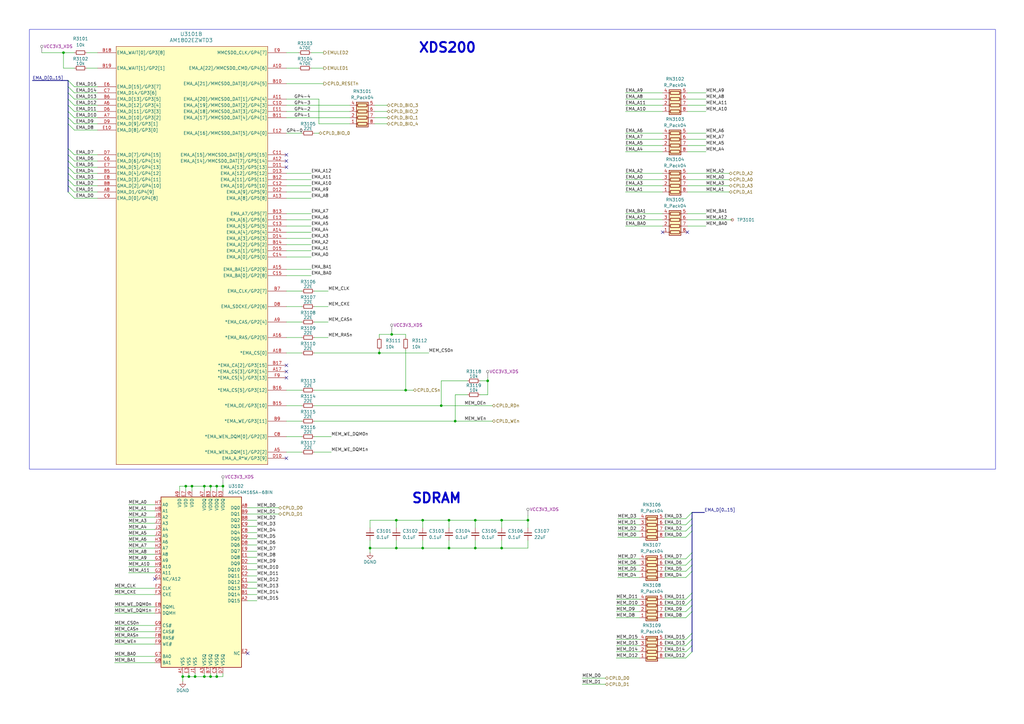
<source format=kicad_sch>
(kicad_sch (version 20250114) (generator "eeschema") (generator_version "9.0")
  (paper "A3")
  (title_block (title "Barre de son (base saine)") (date "2025-05-16") (rev "1.0") (company "NDH"))
  (rectangle (start 12.065 12.065) (end 408.305 192.405))
  (text "SDRAM" (at 179.07 204.47 0) (effects (font (size 4 4) (thickness 0.8) (bold yes))))
  (text "XDS200" (at 183.515 19.685 0) (effects (font (size 4 4) (thickness 0.8) (bold yes))))
  (junction (at 77.47 277.495))
  (junction (at 166.37 160.02))
  (junction (at 205.74 213.36))
  (junction (at 83.82 199.39))
  (junction (at 76.2 199.39))
  (junction (at 184.15 213.36))
  (junction (at 83.82 277.495))
  (junction (at 194.945 224.79))
  (junction (at 160.655 137.16))
  (junction (at 78.74 199.39))
  (junction (at 162.56 224.79))
  (junction (at 88.9 277.495))
  (junction (at 162.56 213.36))
  (junction (at 26.035 21.59))
  (junction (at 194.945 213.36))
  (junction (at 186.69 172.72))
  (junction (at 205.74 224.79))
  (junction (at 88.9 199.39))
  (junction (at 151.765 224.79))
  (junction (at 91.44 199.39))
  (junction (at 80.01 277.495))
  (junction (at 216.535 213.36))
  (junction (at 184.15 224.79))
  (junction (at 200.025 156.21))
  (junction (at 173.355 213.36))
  (junction (at 155.575 144.78))
  (junction (at 74.93 277.495))
  (junction (at 173.355 224.79))
  (junction (at 86.36 199.39))
  (junction (at 86.36 277.495))
  (junction (at 180.975 166.37))
  (no_connect (at 117.475 66.04))
  (no_connect (at 271.78 95.25))
  (no_connect (at 117.475 149.86))
  (no_connect (at 117.475 152.4))
  (no_connect (at 117.475 63.5))
  (no_connect (at 101.6 267.97))
  (no_connect (at 63.5 237.49))
  (no_connect (at 117.475 187.96))
  (no_connect (at 281.94 95.25))
  (no_connect (at 117.475 154.94))
  (no_connect (at 117.475 68.58))
  (bus_entry (at 27.94 38.1) (size 2.54 2.54))
  (bus_entry (at 27.94 43.18) (size 2.54 2.54))
  (bus_entry (at 27.94 66.04) (size 2.54 2.54))
  (bus_entry (at 27.94 76.2) (size 2.54 2.54))
  (bus_entry (at 283.845 231.775) (size -2.54 2.54))
  (bus_entry (at 27.94 71.12) (size 2.54 2.54))
  (bus_entry (at 27.94 35.56) (size 2.54 2.54))
  (bus_entry (at 283.845 234.315) (size -2.54 2.54))
  (bus_entry (at 283.845 243.205) (size -2.54 2.54))
  (bus_entry (at 283.845 267.335) (size -2.54 2.54))
  (bus_entry (at 283.845 264.795) (size -2.54 2.54))
  (bus_entry (at 27.94 78.74) (size 2.54 2.54))
  (bus_entry (at 27.94 50.8) (size 2.54 2.54))
  (bus_entry (at 27.94 68.58) (size 2.54 2.54))
  (bus_entry (at 27.94 73.66) (size 2.54 2.54))
  (bus_entry (at 283.845 229.235) (size -2.54 2.54))
  (bus_entry (at 27.94 40.64) (size 2.54 2.54))
  (bus_entry (at 283.845 215.265) (size -2.54 2.54))
  (bus_entry (at 283.845 226.695) (size -2.54 2.54))
  (bus_entry (at 283.845 212.725) (size -2.54 2.54))
  (bus_entry (at 27.94 48.26) (size 2.54 2.54))
  (bus_entry (at 283.845 217.805) (size -2.54 2.54))
  (bus_entry (at 283.845 210.185) (size -2.54 2.54))
  (bus_entry (at 27.94 63.5) (size 2.54 2.54))
  (bus_entry (at 27.94 60.96) (size 2.54 2.54))
  (bus_entry (at 283.845 248.285) (size -2.54 2.54))
  (bus_entry (at 283.845 245.745) (size -2.54 2.54))
  (bus_entry (at 27.94 45.72) (size 2.54 2.54))
  (bus_entry (at 283.845 262.255) (size -2.54 2.54))
  (bus_entry (at 27.94 33.02) (size 2.54 2.54))
  (bus_entry (at 283.845 259.715) (size -2.54 2.54))
  (bus_entry (at 283.845 250.825) (size -2.54 2.54))
  (wire (pts (xy 253.365 220.345) (xy 262.255 220.345)))
  (wire (pts (xy 281.305 262.255) (xy 272.415 262.255)))
  (wire (pts (xy 256.54 73.66) (xy 271.78 73.66)))
  (wire (pts (xy 46.99 271.78) (xy 63.5 271.78)))
  (wire (pts (xy 80.01 277.495) (xy 80.01 276.225)))
  (wire (pts (xy 30.48 81.28) (xy 40.005 81.28)))
  (bus (pts (xy 283.845 262.255) (xy 283.845 259.715)))
  (wire (pts (xy 272.415 267.335) (xy 281.305 267.335)))
  (wire (pts (xy 117.475 172.72) (xy 123.825 172.72)))
  (wire (pts (xy 272.415 248.285) (xy 281.305 248.285)))
  (wire (pts (xy 256.54 62.23) (xy 271.78 62.23)))
  (wire (pts (xy 272.415 264.795) (xy 281.305 264.795)))
  (wire (pts (xy 78.74 199.39) (xy 76.2 199.39)))
  (wire (pts (xy 162.56 221.615) (xy 162.56 224.79)))
  (wire (pts (xy 105.41 226.06) (xy 101.6 226.06)))
  (wire (pts (xy 281.94 71.12) (xy 299.085 71.12)))
  (wire (pts (xy 127.635 97.79) (xy 117.475 97.79)))
  (wire (pts (xy 117.475 54.61) (xy 123.825 54.61)))
  (wire (pts (xy 238.76 280.67) (xy 248.285 280.67)))
  (wire (pts (xy 76.2 199.39) (xy 73.66 199.39)))
  (wire (pts (xy 30.48 66.04) (xy 40.005 66.04)))
  (wire (pts (xy 88.9 277.495) (xy 91.44 277.495)))
  (wire (pts (xy 158.75 45.72) (xy 153.67 45.72)))
  (wire (pts (xy 281.94 76.2) (xy 299.085 76.2)))
  (wire (pts (xy 166.37 160.02) (xy 169.545 160.02)))
  (wire (pts (xy 158.75 50.8) (xy 153.67 50.8)))
  (wire (pts (xy 281.94 78.74) (xy 299.085 78.74)))
  (wire (pts (xy 77.47 277.495) (xy 77.47 276.225)))
  (wire (pts (xy 30.48 63.5) (xy 40.005 63.5)))
  (wire (pts (xy 105.41 215.9) (xy 101.6 215.9)))
  (wire (pts (xy 289.56 45.72) (xy 281.94 45.72)))
  (wire (pts (xy 123.825 125.73) (xy 117.475 125.73)))
  (wire (pts (xy 30.48 71.12) (xy 40.005 71.12)))
  (wire (pts (xy 30.48 53.34) (xy 40.005 53.34)))
  (wire (pts (xy 256.54 78.74) (xy 271.78 78.74)))
  (wire (pts (xy 91.44 277.495) (xy 91.44 276.225)))
  (wire (pts (xy 191.77 156.21) (xy 180.975 156.21)))
  (wire (pts (xy 253.365 229.235) (xy 262.255 229.235)))
  (wire (pts (xy 256.54 59.69) (xy 271.78 59.69)))
  (bus (pts (xy 283.845 217.805) (xy 283.845 215.265)))
  (wire (pts (xy 83.82 199.39) (xy 83.82 201.295)))
  (bus (pts (xy 27.94 48.26) (xy 27.94 50.8)))
  (wire (pts (xy 30.48 45.72) (xy 40.005 45.72)))
  (wire (pts (xy 252.73 248.285) (xy 262.255 248.285)))
  (wire (pts (xy 88.9 199.39) (xy 86.36 199.39)))
  (wire (pts (xy 105.41 246.38) (xy 101.6 246.38)))
  (wire (pts (xy 30.48 38.1) (xy 40.005 38.1)))
  (wire (pts (xy 256.54 40.64) (xy 271.78 40.64)))
  (wire (pts (xy 30.48 76.2) (xy 40.005 76.2)))
  (wire (pts (xy 30.48 35.56) (xy 40.005 35.56)))
  (wire (pts (xy 173.355 221.615) (xy 173.355 224.79)))
  (bus (pts (xy 27.94 38.1) (xy 27.94 40.64)))
  (wire (pts (xy 216.535 213.36) (xy 216.535 216.535)))
  (wire (pts (xy 52.705 209.55) (xy 63.5 209.55)))
  (wire (pts (xy 52.705 219.71) (xy 63.5 219.71)))
  (wire (pts (xy 191.77 161.925) (xy 186.69 161.925)))
  (wire (pts (xy 151.765 226.695) (xy 151.765 224.79)))
  (wire (pts (xy 134.62 132.08) (xy 128.905 132.08)))
  (bus (pts (xy 27.94 40.64) (xy 27.94 43.18)))
  (wire (pts (xy 91.44 199.39) (xy 91.44 198.12)))
  (bus (pts (xy 27.94 33.02) (xy 27.94 35.56)))
  (wire (pts (xy 253.365 215.265) (xy 262.255 215.265)))
  (wire (pts (xy 205.74 221.615) (xy 205.74 224.79)))
  (wire (pts (xy 151.765 213.36) (xy 151.765 216.535)))
  (wire (pts (xy 127.635 95.25) (xy 117.475 95.25)))
  (wire (pts (xy 289.56 92.71) (xy 281.94 92.71)))
  (wire (pts (xy 88.9 199.39) (xy 88.9 201.295)))
  (wire (pts (xy 253.365 231.775) (xy 262.255 231.775)))
  (wire (pts (xy 186.69 161.925) (xy 186.69 172.72)))
  (wire (pts (xy 281.94 90.17) (xy 300.355 90.17)))
  (bus (pts (xy 27.94 43.18) (xy 27.94 45.72)))
  (wire (pts (xy 252.73 264.795) (xy 262.255 264.795)))
  (wire (pts (xy 272.415 215.265) (xy 281.305 215.265)))
  (wire (pts (xy 46.99 251.46) (xy 63.5 251.46)))
  (wire (pts (xy 272.415 236.855) (xy 281.305 236.855)))
  (wire (pts (xy 253.365 217.805) (xy 262.255 217.805)))
  (wire (pts (xy 105.41 238.76) (xy 101.6 238.76)))
  (wire (pts (xy 184.15 221.615) (xy 184.15 224.79)))
  (wire (pts (xy 30.48 50.8) (xy 40.005 50.8)))
  (wire (pts (xy 130.81 54.61) (xy 128.905 54.61)))
  (wire (pts (xy 105.41 231.14) (xy 101.6 231.14)))
  (wire (pts (xy 252.73 267.335) (xy 262.255 267.335)))
  (wire (pts (xy 184.15 224.79) (xy 173.355 224.79)))
  (bus (pts (xy 283.845 210.185) (xy 288.925 210.185)))
  (bus (pts (xy 27.94 50.8) (xy 27.94 60.96)))
  (wire (pts (xy 238.76 278.13) (xy 248.285 278.13)))
  (wire (pts (xy 132.715 21.59) (xy 127.635 21.59)))
  (wire (pts (xy 117.475 160.02) (xy 123.825 160.02)))
  (bus (pts (xy 283.845 212.725) (xy 283.845 210.185)))
  (wire (pts (xy 52.705 222.25) (xy 63.5 222.25)))
  (wire (pts (xy 30.48 43.18) (xy 40.005 43.18)))
  (wire (pts (xy 30.48 78.74) (xy 40.005 78.74)))
  (bus (pts (xy 283.845 243.205) (xy 283.845 234.315)))
  (wire (pts (xy 127.635 102.87) (xy 117.475 102.87)))
  (bus (pts (xy 283.845 215.265) (xy 283.845 212.725)))
  (wire (pts (xy 128.905 144.78) (xy 155.575 144.78)))
  (wire (pts (xy 272.415 220.345) (xy 281.305 220.345)))
  (wire (pts (xy 127.635 87.63) (xy 117.475 87.63)))
  (wire (pts (xy 46.99 243.84) (xy 63.5 243.84)))
  (wire (pts (xy 127.635 105.41) (xy 117.475 105.41)))
  (wire (pts (xy 83.82 277.495) (xy 83.82 276.225)))
  (wire (pts (xy 114.3 210.82) (xy 101.6 210.82)))
  (wire (pts (xy 52.705 227.33) (xy 63.5 227.33)))
  (wire (pts (xy 52.705 229.87) (xy 63.5 229.87)))
  (wire (pts (xy 151.765 221.615) (xy 151.765 224.79)))
  (wire (pts (xy 155.575 137.16) (xy 155.575 138.43)))
  (wire (pts (xy 256.54 92.71) (xy 271.78 92.71)))
  (wire (pts (xy 76.2 199.39) (xy 76.2 201.295)))
  (wire (pts (xy 196.85 156.21) (xy 200.025 156.21)))
  (wire (pts (xy 105.41 236.22) (xy 101.6 236.22)))
  (wire (pts (xy 105.41 228.6) (xy 101.6 228.6)))
  (wire (pts (xy 252.73 245.745) (xy 262.255 245.745)))
  (wire (pts (xy 30.48 27.94) (xy 26.035 27.94)))
  (wire (pts (xy 256.54 57.15) (xy 271.78 57.15)))
  (bus (pts (xy 27.94 66.04) (xy 27.94 68.58)))
  (wire (pts (xy 127.635 90.17) (xy 117.475 90.17)))
  (wire (pts (xy 289.56 38.1) (xy 281.94 38.1)))
  (wire (pts (xy 117.475 21.59) (xy 122.555 21.59)))
  (wire (pts (xy 117.475 27.94) (xy 122.555 27.94)))
  (wire (pts (xy 117.475 48.26) (xy 143.51 48.26)))
  (wire (pts (xy 117.475 40.64) (xy 130.81 40.64)))
  (wire (pts (xy 52.705 232.41) (xy 63.5 232.41)))
  (wire (pts (xy 200.025 154.94) (xy 200.025 156.21)))
  (wire (pts (xy 158.75 48.26) (xy 153.67 48.26)))
  (wire (pts (xy 134.62 125.73) (xy 128.905 125.73)))
  (wire (pts (xy 173.355 213.36) (xy 184.15 213.36)))
  (wire (pts (xy 184.15 213.36) (xy 184.15 216.535)))
  (wire (pts (xy 160.655 137.16) (xy 155.575 137.16)))
  (bus (pts (xy 283.845 248.285) (xy 283.845 245.745)))
  (wire (pts (xy 272.415 217.805) (xy 281.305 217.805)))
  (wire (pts (xy 117.475 34.29) (xy 132.715 34.29)))
  (wire (pts (xy 289.56 43.18) (xy 281.94 43.18)))
  (bus (pts (xy 27.94 71.12) (xy 27.94 73.66)))
  (bus (pts (xy 283.845 226.695) (xy 283.845 217.805)))
  (wire (pts (xy 166.37 137.16) (xy 160.655 137.16)))
  (wire (pts (xy 46.99 241.3) (xy 63.5 241.3)))
  (wire (pts (xy 73.66 199.39) (xy 73.66 201.295)))
  (wire (pts (xy 123.825 119.38) (xy 117.475 119.38)))
  (wire (pts (xy 91.44 201.295) (xy 91.44 199.39)))
  (wire (pts (xy 253.365 212.725) (xy 262.255 212.725)))
  (wire (pts (xy 123.825 132.08) (xy 117.475 132.08)))
  (wire (pts (xy 78.74 199.39) (xy 78.74 201.295)))
  (wire (pts (xy 135.89 179.07) (xy 128.905 179.07)))
  (wire (pts (xy 272.415 231.775) (xy 281.305 231.775)))
  (wire (pts (xy 30.48 68.58) (xy 40.005 68.58)))
  (wire (pts (xy 216.535 221.615) (xy 216.535 224.79)))
  (wire (pts (xy 127.635 100.33) (xy 117.475 100.33)))
  (wire (pts (xy 83.82 277.495) (xy 86.36 277.495)))
  (wire (pts (xy 105.41 233.68) (xy 101.6 233.68)))
  (wire (pts (xy 281.94 73.66) (xy 299.085 73.66)))
  (wire (pts (xy 180.975 156.21) (xy 180.975 166.37)))
  (wire (pts (xy 173.355 213.36) (xy 173.355 216.535)))
  (wire (pts (xy 105.41 218.44) (xy 101.6 218.44)))
  (wire (pts (xy 253.365 234.315) (xy 262.255 234.315)))
  (wire (pts (xy 123.825 144.78) (xy 117.475 144.78)))
  (wire (pts (xy 194.945 213.36) (xy 205.74 213.36)))
  (wire (pts (xy 272.415 250.825) (xy 281.305 250.825)))
  (wire (pts (xy 105.41 220.98) (xy 101.6 220.98)))
  (wire (pts (xy 173.355 224.79) (xy 162.56 224.79)))
  (wire (pts (xy 127.635 110.49) (xy 117.475 110.49)))
  (wire (pts (xy 17.145 21.59) (xy 26.035 21.59)))
  (wire (pts (xy 151.765 213.36) (xy 162.56 213.36)))
  (wire (pts (xy 46.99 256.54) (xy 63.5 256.54)))
  (wire (pts (xy 105.41 241.3) (xy 101.6 241.3)))
  (wire (pts (xy 158.75 43.18) (xy 153.67 43.18)))
  (wire (pts (xy 289.56 57.15) (xy 281.94 57.15)))
  (wire (pts (xy 130.81 50.8) (xy 143.51 50.8)))
  (wire (pts (xy 256.54 71.12) (xy 271.78 71.12)))
  (wire (pts (xy 256.54 76.2) (xy 271.78 76.2)))
  (wire (pts (xy 128.905 172.72) (xy 186.69 172.72)))
  (wire (pts (xy 117.475 45.72) (xy 143.51 45.72)))
  (wire (pts (xy 105.41 223.52) (xy 101.6 223.52)))
  (wire (pts (xy 134.62 119.38) (xy 128.905 119.38)))
  (wire (pts (xy 86.36 199.39) (xy 86.36 201.295)))
  (wire (pts (xy 252.73 269.875) (xy 262.255 269.875)))
  (wire (pts (xy 127.635 78.74) (xy 117.475 78.74)))
  (bus (pts (xy 27.94 63.5) (xy 27.94 66.04)))
  (wire (pts (xy 216.535 211.455) (xy 216.535 213.36)))
  (wire (pts (xy 162.56 224.79) (xy 151.765 224.79)))
  (bus (pts (xy 27.94 60.96) (xy 27.94 63.5)))
  (wire (pts (xy 52.705 207.01) (xy 63.5 207.01)))
  (wire (pts (xy 26.035 21.59) (xy 30.48 21.59)))
  (wire (pts (xy 130.81 40.64) (xy 130.81 50.8)))
  (wire (pts (xy 30.48 48.26) (xy 40.005 48.26)))
  (wire (pts (xy 281.305 245.745) (xy 272.415 245.745)))
  (wire (pts (xy 166.37 143.51) (xy 166.37 160.02)))
  (wire (pts (xy 117.475 166.37) (xy 123.825 166.37)))
  (wire (pts (xy 127.635 81.28) (xy 117.475 81.28)))
  (wire (pts (xy 289.56 59.69) (xy 281.94 59.69)))
  (wire (pts (xy 205.74 213.36) (xy 216.535 213.36)))
  (bus (pts (xy 283.845 267.335) (xy 283.845 264.795)))
  (wire (pts (xy 105.41 243.84) (xy 101.6 243.84)))
  (wire (pts (xy 194.945 213.36) (xy 194.945 216.535)))
  (wire (pts (xy 155.575 143.51) (xy 155.575 144.78)))
  (wire (pts (xy 160.655 135.89) (xy 160.655 137.16)))
  (wire (pts (xy 256.54 90.17) (xy 271.78 90.17)))
  (wire (pts (xy 205.74 224.79) (xy 194.945 224.79)))
  (wire (pts (xy 127.635 92.71) (xy 117.475 92.71)))
  (wire (pts (xy 74.93 277.495) (xy 77.47 277.495)))
  (wire (pts (xy 194.945 221.615) (xy 194.945 224.79)))
  (wire (pts (xy 105.41 213.36) (xy 101.6 213.36)))
  (wire (pts (xy 117.475 185.42) (xy 123.825 185.42)))
  (wire (pts (xy 180.975 166.37) (xy 128.905 166.37)))
  (wire (pts (xy 200.025 156.21) (xy 200.025 161.925)))
  (wire (pts (xy 88.9 277.495) (xy 88.9 276.225)))
  (bus (pts (xy 283.845 250.825) (xy 283.845 248.285)))
  (wire (pts (xy 252.73 262.255) (xy 262.255 262.255)))
  (wire (pts (xy 77.47 277.495) (xy 80.01 277.495)))
  (bus (pts (xy 283.845 234.315) (xy 283.845 231.775)))
  (wire (pts (xy 256.54 45.72) (xy 271.78 45.72)))
  (wire (pts (xy 74.93 277.495) (xy 74.93 276.225)))
  (wire (pts (xy 256.54 54.61) (xy 271.78 54.61)))
  (bus (pts (xy 283.845 264.795) (xy 283.845 262.255)))
  (wire (pts (xy 281.305 212.725) (xy 272.415 212.725)))
  (wire (pts (xy 289.56 54.61) (xy 281.94 54.61)))
  (bus (pts (xy 283.845 245.745) (xy 283.845 243.205)))
  (wire (pts (xy 180.975 166.37) (xy 201.93 166.37)))
  (wire (pts (xy 46.99 261.62) (xy 63.5 261.62)))
  (wire (pts (xy 86.36 277.495) (xy 86.36 276.225)))
  (wire (pts (xy 52.705 217.17) (xy 63.5 217.17)))
  (wire (pts (xy 289.56 87.63) (xy 281.94 87.63)))
  (wire (pts (xy 26.035 27.94) (xy 26.035 21.59)))
  (wire (pts (xy 46.99 248.92) (xy 63.5 248.92)))
  (wire (pts (xy 155.575 144.78) (xy 175.895 144.78)))
  (wire (pts (xy 135.89 185.42) (xy 128.905 185.42)))
  (bus (pts (xy 27.94 73.66) (xy 27.94 76.2)))
  (wire (pts (xy 281.305 229.235) (xy 272.415 229.235)))
  (bus (pts (xy 27.94 35.56) (xy 27.94 38.1)))
  (wire (pts (xy 127.635 76.2) (xy 117.475 76.2)))
  (wire (pts (xy 127.635 71.12) (xy 117.475 71.12)))
  (wire (pts (xy 256.54 43.18) (xy 271.78 43.18)))
  (wire (pts (xy 83.82 199.39) (xy 78.74 199.39)))
  (wire (pts (xy 128.905 160.02) (xy 166.37 160.02)))
  (wire (pts (xy 52.705 214.63) (xy 63.5 214.63)))
  (wire (pts (xy 272.415 234.315) (xy 281.305 234.315)))
  (wire (pts (xy 289.56 40.64) (xy 281.94 40.64)))
  (wire (pts (xy 46.99 269.24) (xy 63.5 269.24)))
  (wire (pts (xy 117.475 179.07) (xy 123.825 179.07)))
  (wire (pts (xy 127.635 73.66) (xy 117.475 73.66)))
  (wire (pts (xy 91.44 199.39) (xy 88.9 199.39)))
  (wire (pts (xy 114.3 208.28) (xy 101.6 208.28)))
  (bus (pts (xy 283.845 259.715) (xy 283.845 250.825)))
  (wire (pts (xy 162.56 213.36) (xy 162.56 216.535)))
  (wire (pts (xy 184.15 213.36) (xy 194.945 213.36)))
  (wire (pts (xy 272.415 269.875) (xy 281.305 269.875)))
  (wire (pts (xy 201.93 172.72) (xy 186.69 172.72)))
  (wire (pts (xy 46.99 264.16) (xy 63.5 264.16)))
  (bus (pts (xy 27.94 68.58) (xy 27.94 71.12)))
  (wire (pts (xy 52.705 212.09) (xy 63.5 212.09)))
  (wire (pts (xy 166.37 138.43) (xy 166.37 137.16)))
  (wire (pts (xy 289.56 62.23) (xy 281.94 62.23)))
  (wire (pts (xy 35.56 27.94) (xy 40.005 27.94)))
  (wire (pts (xy 30.48 73.66) (xy 40.005 73.66)))
  (wire (pts (xy 86.36 199.39) (xy 83.82 199.39)))
  (bus (pts (xy 27.94 45.72) (xy 27.94 48.26)))
  (wire (pts (xy 272.415 253.365) (xy 281.305 253.365)))
  (wire (pts (xy 35.56 21.59) (xy 40.005 21.59)))
  (wire (pts (xy 134.62 138.43) (xy 128.905 138.43)))
  (wire (pts (xy 253.365 236.855) (xy 262.255 236.855)))
  (wire (pts (xy 117.475 43.18) (xy 143.51 43.18)))
  (wire (pts (xy 252.73 253.365) (xy 262.255 253.365)))
  (bus (pts (xy 27.94 76.2) (xy 27.94 78.74)))
  (wire (pts (xy 205.74 213.36) (xy 205.74 216.535)))
  (wire (pts (xy 52.705 224.79) (xy 63.5 224.79)))
  (wire (pts (xy 256.54 38.1) (xy 271.78 38.1)))
  (wire (pts (xy 86.36 277.495) (xy 88.9 277.495)))
  (bus (pts (xy 283.845 231.775) (xy 283.845 229.235)))
  (bus (pts (xy 283.845 229.235) (xy 283.845 226.695)))
  (wire (pts (xy 80.01 277.495) (xy 83.82 277.495)))
  (wire (pts (xy 194.945 224.79) (xy 184.15 224.79)))
  (wire (pts (xy 52.705 234.95) (xy 63.5 234.95)))
  (wire (pts (xy 30.48 40.64) (xy 40.005 40.64)))
  (wire (pts (xy 256.54 87.63) (xy 271.78 87.63)))
  (wire (pts (xy 74.93 279.4) (xy 74.93 277.495)))
  (wire (pts (xy 127.635 113.03) (xy 117.475 113.03)))
  (wire (pts (xy 162.56 213.36) (xy 173.355 213.36)))
  (wire (pts (xy 123.825 138.43) (xy 117.475 138.43)))
  (wire (pts (xy 200.025 161.925) (xy 196.85 161.925)))
  (wire (pts (xy 46.99 259.08) (xy 63.5 259.08)))
  (wire (pts (xy 132.715 27.94) (xy 127.635 27.94)))
  (wire (pts (xy 216.535 224.79) (xy 205.74 224.79)))
  (bus (pts (xy 13.335 33.02) (xy 27.94 33.02)))
  (wire (pts (xy 252.73 250.825) (xy 262.255 250.825)))
  (label "EMA_D[0..15]" (at 13.335 33.02 0))
  (label "MEM_D13" (at 105.41 241.3 0))
  (label "MEM_CS0n" (at 46.99 256.54 0))
  (label "MEM_A7" (at 52.705 224.79 0))
  (label "MEM_A10" (at 289.56 45.72 0))
  (label "EMA_A2" (at 127.635 100.33 0))
  (label "EMA_D15" (at 31.115 35.56 0))
  (label "MEM_BA1" (at 289.56 87.63 0))
  (label "EMA_D15" (at 272.415 262.255 0))
  (label "MEM_D7" (at 253.365 229.235 0))
  (label "MEM_D6" (at 253.365 231.775 0))
  (label "MEM_D11" (at 252.73 245.745 0))
  (label "EMA_A6" (at 127.635 90.17 0))
  (label "MEM_D9" (at 105.41 231.14 0))
  (label "MEM_CLK" (at 46.99 241.3 0))
  (label "MEM_A4" (at 52.705 217.17 0))
  (label "EMA_D8" (at 31.115 53.34 0))
  (label "MEM_A1" (at 52.705 209.55 0))
  (label "MEM_D14" (at 105.41 243.84 0))
  (label "MEM_A5" (at 289.56 59.69 0))
  (label "MEM_D4" (at 253.365 236.855 0))
  (label "EMA_D0" (at 272.415 220.345 0))
  (label "EMA_D3" (at 272.415 212.725 0))
  (label "EMA_D0" (at 31.115 81.28 0))
  (label "EMA_A3" (at 256.54 76.2 0))
  (label "EMA_D10" (at 272.415 248.285 0))
  (label "MEM_D2" (at 253.365 217.805 0))
  (label "MEM_D11" (at 105.41 236.22 0))
  (label "MEM_A6" (at 289.56 54.61 0))
  (label "EMA_D6" (at 31.115 66.04 0))
  (label "MEM_D2" (at 105.41 213.36 0))
  (label "MEM_D12" (at 252.73 269.875 0))
  (label "EMA_D1" (at 272.415 215.265 0))
  (label "MEM_CS0n" (at 175.895 144.78 0))
  (label "GP4-4" (at 120.65 40.64 0))
  (label "EMA_A6" (at 256.54 54.61 0))
  (label "EMA_A0" (at 127.635 105.41 0))
  (label "MEM_D15" (at 252.73 262.255 0))
  (label "EMA_D7" (at 272.415 229.235 0))
  (label "MEM_D15" (at 105.41 246.38 0))
  (label "MEM_A0" (at 289.56 73.66 0))
  (label "MEM_D6" (at 105.41 223.52 0))
  (label "MEM_CASn" (at 46.99 259.08 0))
  (label "EMA_A2" (at 256.54 71.12 0))
  (label "EMA_D11" (at 272.415 245.745 0))
  (label "MEM_A9" (at 289.56 38.1 0))
  (label "MEM_D0" (at 253.365 220.345 0))
  (label "MEM_CKE" (at 134.62 125.73 0))
  (label "EMA_A10" (at 127.635 76.2 0))
  (label "MEM_D10" (at 105.41 233.68 0))
  (label "MEM_A12" (at 289.56 90.17 0))
  (label "EMA_A7" (at 256.54 57.15 0))
  (label "MEM_A2" (at 52.705 212.09 0))
  (label "EMA_A12" (at 256.54 90.17 0))
  (label "EMA_A4" (at 127.635 95.25 0))
  (label "MEM_A6" (at 52.705 222.25 0))
  (label "EMA_D[0..15]" (at 288.925 210.185 0))
  (label "MEM_D1" (at 105.41 210.82 0))
  (label "MEM_D14" (at 252.73 267.335 0))
  (label "GP4-3" (at 120.65 43.18 0))
  (label "MEM_D0" (at 105.41 208.28 0))
  (label "MEM_A7" (at 289.56 57.15 0))
  (label "MEM_D7" (at 105.41 226.06 0))
  (label "EMA_D2" (at 31.115 76.2 0))
  (label "MEM_A0" (at 52.705 207.01 0))
  (label "MEM_CASn" (at 134.62 132.08 0))
  (label "MEM_A11" (at 289.56 43.18 0))
  (label "MEM_A8" (at 289.56 40.64 0))
  (label "MEM_WEn" (at 46.99 264.16 0))
  (label "MEM_WE_DQM0n" (at 135.89 179.07 0))
  (label "MEM_D5" (at 253.365 234.315 0))
  (label "EMA_D10" (at 31.115 48.26 0))
  (label "EMA_A3" (at 127.635 97.79 0))
  (label "EMA_A10" (at 256.54 45.72 0))
  (label "GP4-0" (at 117.475 54.61 0))
  (label "MEM_RASn" (at 46.99 261.62 0))
  (label "EMA_BA0" (at 256.54 92.71 0))
  (label "EMA_D9" (at 31.115 50.8 0))
  (label "EMA_A11" (at 127.635 73.66 0))
  (label "EMA_D5" (at 272.415 234.315 0))
  (label "EMA_D3" (at 31.115 73.66 0))
  (label "MEM_A3" (at 52.705 214.63 0))
  (label "MEM_CLK" (at 134.62 119.38 0))
  (label "EMA_D4" (at 31.115 71.12 0))
  (label "MEM_D8" (at 105.41 228.6 0))
  (label "MEM_D1" (at 238.76 280.67 0))
  (label "MEM_D10" (at 252.73 248.285 0))
  (label "EMA_A4" (at 256.54 62.23 0))
  (label "MEM_WEn" (at 190.5 172.72 0))
  (label "MEM_D5" (at 105.41 220.98 0))
  (label "EMA_BA1" (at 127.635 110.49 0))
  (label "GP4-2" (at 120.65 45.72 0))
  (label "MEM_A4" (at 289.56 62.23 0))
  (label "EMA_A1" (at 256.54 78.74 0))
  (label "EMA_A9" (at 127.635 78.74 0))
  (label "MEM_D3" (at 105.41 215.9 0))
  (label "EMA_D2" (at 272.415 217.805 0))
  (label "EMA_D12" (at 272.415 269.875 0))
  (label "EMA_A0" (at 256.54 73.66 0))
  (label "EMA_A8" (at 127.635 81.28 0))
  (label "EMA_A7" (at 127.635 87.63 0))
  (label "MEM_BA0" (at 289.56 92.71 0))
  (label "MEM_D3" (at 253.365 212.725 0))
  (label "EMA_D13" (at 272.415 264.795 0))
  (label "MEM_D12" (at 105.41 238.76 0))
  (label "MEM_A5" (at 52.705 219.71 0))
  (label "EMA_D8" (at 272.415 253.365 0))
  (label "EMA_D9" (at 272.415 250.825 0))
  (label "MEM_D8" (at 252.73 253.365 0))
  (label "MEM_A9" (at 52.705 229.87 0))
  (label "MEM_WE_DQM0n" (at 46.99 248.92 0))
  (label "EMA_A11" (at 256.54 43.18 0))
  (label "MEM_D1" (at 253.365 215.265 0))
  (label "EMA_A8" (at 256.54 40.64 0))
  (label "EMA_A1" (at 127.635 102.87 0))
  (label "EMA_D5" (at 31.115 68.58 0))
  (label "MEM_WE_DQM1n" (at 46.99 251.46 0))
  (label "MEM_D0" (at 238.76 278.13 0))
  (label "MEM_A8" (at 52.705 227.33 0))
  (label "GP4-1" (at 120.65 48.26 0))
  (label "MEM_RASn" (at 134.62 138.43 0))
  (label "EMA_D7" (at 31.115 63.5 0))
  (label "MEM_A2" (at 289.56 71.12 0))
  (label "MEM_OEn" (at 190.5 166.37 0))
  (label "MEM_BA0" (at 46.99 269.24 0))
  (label "MEM_A1" (at 289.56 78.74 0))
  (label "EMA_BA0" (at 127.635 113.03 0))
  (label "EMA_D13" (at 31.115 40.64 0))
  (label "MEM_A11" (at 52.705 234.95 0))
  (label "MEM_D13" (at 252.73 264.795 0))
  (label "MEM_BA1" (at 46.99 271.78 0))
  (label "EMA_A9" (at 256.54 38.1 0))
  (label "EMA_D1" (at 31.115 78.74 0))
  (label "MEM_D4" (at 105.41 218.44 0))
  (label "EMA_A5" (at 256.54 59.69 0))
  (label "EMA_D14" (at 272.415 267.335 0))
  (label "EMA_BA1" (at 256.54 87.63 0))
  (label "MEM_A3" (at 289.56 76.2 0))
  (label "EMA_D14" (at 31.115 38.1 0))
  (label "EMA_A12" (at 127.635 71.12 0))
  (label "MEM_CKE" (at 46.99 243.84 0))
  (label "EMA_D4" (at 272.415 236.855 0))
  (label "MEM_D9" (at 252.73 250.825 0))
  (label "EMA_D6" (at 272.415 231.775 0))
  (label "EMA_A5" (at 127.635 92.71 0))
  (label "MEM_WE_DQM1n" (at 135.89 185.42 0))
  (label "EMA_D12" (at 31.115 43.18 0))
  (label "MEM_A10" (at 52.705 232.41 0))
  (label "EMA_D11" (at 31.115 45.72 0))
  (hierarchical_label "CPLD_A2" (shape bidirectional) (at 299.085 71.12 0))
  (hierarchical_label "CPLD_A3" (shape bidirectional) (at 299.085 76.2 0))
  (hierarchical_label "CPLD_A1" (shape bidirectional) (at 299.085 78.74 0))
  (hierarchical_label "CPLD_BIO_1" (shape bidirectional) (at 158.75 48.26 0))
  (hierarchical_label "CPLD_BIO_3" (shape bidirectional) (at 158.75 43.18 0))
  (hierarchical_label "CPLD_BIO_0" (shape bidirectional) (at 130.81 54.61 0))
  (hierarchical_label "CPLD_RDn" (shape bidirectional) (at 201.93 166.37 0))
  (hierarchical_label "CPLD_D1" (shape bidirectional) (at 248.285 280.67 0))
  (hierarchical_label "CPLD_RESETn" (shape output) (at 132.715 34.29 0))
  (hierarchical_label "CPLD_BIO_4" (shape bidirectional) (at 158.75 50.8 0))
  (hierarchical_label "CPLD_D0" (shape bidirectional) (at 114.3 208.28 0))
  (hierarchical_label "EMULED2" (shape output) (at 132.715 21.59 0))
  (hierarchical_label "CPLD_BIO_2" (shape bidirectional) (at 158.75 45.72 0))
  (hierarchical_label "EMULED1" (shape output) (at 132.715 27.94 0))
  (hierarchical_label "CPLD_A0" (shape bidirectional) (at 299.085 73.66 0))
  (hierarchical_label "CPLD_D1" (shape bidirectional) (at 114.3 210.82 0))
  (hierarchical_label "CPLD_CSn" (shape bidirectional) (at 169.545 160.02 0))
  (hierarchical_label "CPLD_D0" (shape bidirectional) (at 248.285 278.13 0))
  (hierarchical_label "CPLD_WEn" (shape bidirectional) (at 201.93 172.72 0))
  (netclass_flag "" (length 2.54) (shape round) (at 160.655 135.89 0) (property "Netclass" "VCC3V3_XDS" (at 161.3535 133.35 0) (effects (justify left))))
  (netclass_flag "" (length 2.54) (shape round) (at 216.535 211.455 0) (property "Netclass" "VCC3V3_XDS" (at 217.2335 208.915 0) (effects (justify left))))
  (netclass_flag "" (length 2.54) (shape round) (at 17.145 21.59 0) (property "Netclass" "VCC3V3_XDS" (at 17.8435 19.05 0) (effects (justify left))))
  (netclass_flag "" (length 2.54) (shape round) (at 200.025 154.94 0) (property "Netclass" "VCC3V3_XDS" (at 200.7235 152.4 0) (effects (justify left))))
  (netclass_flag "" (length 2.54) (shape round) (at 91.44 198.12 0) (property "Netclass" "VCC3V3_XDS" (at 92.1385 195.58 0) (effects (justify left))))
  (symbol (lib_id "power:GND") (at 151.765 226.695 0) (unit 1)
    (property "Reference" "#PWR0672" (effects (hide yes)))
    (property "Value" "DGND" (at 151.765 230.505 0))
    (property "Description" "Power symbol creates a global label with name \"GND\" , ground" (effects (hide yes)))
  )
  (symbol (lib_id "Device:R_Small") (at 155.575 140.97 180) (unit 1)
    (property "Reference" "R3111" (at 158.115 139.6999 0) (effects (justify right)))
    (property "Value" "10k" (at 158.115 142.2399 0) (effects (justify right)))
    (property "Description" "Resistor, small symbol" (effects (hide yes)))
  )
  (symbol (lib_id "Device:R_Pack04") (at 276.86 57.15 270) (mirror x) (unit 1)
    (property "Reference" "RN3103" (at 276.86 48.895 90))
    (property "Value" "R_Pack04" (at 276.86 51.435 90))
    (property "Description" "4 resistor network, parallel topology" (effects (hide yes)))
  )
  (symbol (lib_id "Device:C_Small") (at 205.74 219.075 0) (unit 1)
    (property "Reference" "C3106" (at 208.28 217.8112 0) (effects (justify left)))
    (property "Value" "0.1uF" (at 208.28 220.3512 0) (effects (justify left)))
    (property "Description" "Unpolarized capacitor, small symbol" (effects (hide yes)))
  )
  (symbol (lib_id "Device:R_Small") (at 125.095 21.59 90) (unit 1)
    (property "Reference" "R3103" (at 125.095 17.78 90))
    (property "Value" "470E" (at 125.095 19.685 90))
    (property "Description" "Resistor, small symbol" (effects (hide yes)))
  )
  (symbol (lib_id "Device:R_Pack04") (at 267.335 215.265 270) (mirror x) (unit 1)
    (property "Reference" "RN3106" (at 267.335 207.01 90))
    (property "Value" "R_Pack04" (at 267.335 209.55 90))
    (property "Description" "4 resistor network, parallel topology" (effects (hide yes)))
  )
  (symbol (lib_id "Device:C_Small") (at 194.945 219.075 0) (unit 1)
    (property "Reference" "C3105" (at 197.485 217.8112 0) (effects (justify left)))
    (property "Value" "0.1uF" (at 197.485 220.3512 0) (effects (justify left)))
    (property "Description" "Unpolarized capacitor, small symbol" (effects (hide yes)))
  )
  (symbol (lib_id "Device:C_Small") (at 162.56 219.075 0) (unit 1)
    (property "Reference" "C3102" (at 165.1 217.8112 0) (effects (justify left)))
    (property "Value" "0.1uF" (at 165.1 220.3512 0) (effects (justify left)))
    (property "Description" "Unpolarized capacitor, small symbol" (effects (hide yes)))
  )
  (symbol (lib_id "Device:R_Small") (at 194.31 161.925 90) (unit 1)
    (property "Reference" "R3119" (at 194.31 158.115 90))
    (property "Value" "10k" (at 194.31 160.02 90))
    (property "Description" "Resistor, small symbol" (effects (hide yes)))
  )
  (symbol (lib_id "Device:R_Pack04") (at 276.86 73.66 270) (mirror x) (unit 1)
    (property "Reference" "RN3104" (at 276.86 65.405 90))
    (property "Value" "R_Pack04" (at 276.86 67.945 90))
    (property "Description" "4 resistor network, parallel topology" (effects (hide yes)))
  )
  (symbol (lib_id "Device:R_Small") (at 126.365 144.78 90) (unit 1)
    (property "Reference" "R3110" (at 126.365 140.97 90))
    (property "Value" "22E" (at 126.365 142.875 90))
    (property "Description" "Resistor, small symbol" (effects (hide yes)))
  )
  (symbol (lib_id "Device:R_Small") (at 126.365 125.73 90) (unit 1)
    (property "Reference" "R3107" (at 126.365 121.92 90))
    (property "Value" "22E" (at 126.365 123.825 90))
    (property "Description" "Resistor, small symbol" (effects (hide yes)))
  )
  (symbol (lib_id "Connector:TestPoint_Small") (at 300.355 90.17 0) (unit 1)
    (property "Reference" "TP3101" (at 302.26 90.1699 0) (effects (justify left)))
    (property "Value" "TestPoint_Small" (effects (hide yes)))
    (property "Description" "test point" (effects (hide yes)))
  )
  (symbol (lib_id "Device:R_Small") (at 126.365 132.08 90) (unit 1)
    (property "Reference" "R3108" (at 126.365 128.27 90))
    (property "Value" "22E" (at 126.365 130.175 90))
    (property "Description" "Resistor, small symbol" (effects (hide yes)))
  )
  (symbol (lib_id "Device:R_Small") (at 33.02 27.94 90) (unit 1)
    (property "Reference" "R3102" (at 33.02 24.13 90))
    (property "Value" "10k" (at 33.02 26.035 90))
    (property "Description" "Resistor, small symbol" (effects (hide yes)))
  )
  (symbol (lib_id "Device:R_Pack04") (at 276.86 40.64 270) (mirror x) (unit 1)
    (property "Reference" "RN3102" (at 276.86 32.385 90))
    (property "Value" "R_Pack04" (at 276.86 34.925 90))
    (property "Description" "4 resistor network, parallel topology" (effects (hide yes)))
  )
  (symbol (lib_id "Libglobal:AM1802EZWTD3") (at -51.435 119.38 0) (unit 2)
    (property "Reference" "U3101" (at 78.4225 13.97 0) (effects (font (size 1.524 1.524))))
    (property "Value" "AM1802EZWTD3" (at 78.4225 16.51 0) (effects (font (size 1.524 1.524))))
    (property "Footprint" "ZCE361" (effects (hide yes)))
    (property "Datasheet" "AM1802EZWTD3" (effects (hide yes)))
  )
  (symbol (lib_id "Device:R_Small") (at 126.365 166.37 90) (unit 1)
    (property "Reference" "R3114" (at 126.365 162.56 90))
    (property "Value" "22E" (at 126.365 164.465 90))
    (property "Description" "Resistor, small symbol" (effects (hide yes)))
  )
  (symbol (lib_id "power:GND") (at 74.93 279.4 0) (unit 1)
    (property "Reference" "#PWR0671" (effects (hide yes)))
    (property "Value" "DGND" (at 74.93 283.21 0))
    (property "Description" "Power symbol creates a global label with name \"GND\" , ground" (effects (hide yes)))
  )
  (symbol (lib_id "Device:R_Small") (at 126.365 172.72 90) (unit 1)
    (property "Reference" "R3115" (at 126.365 168.91 90))
    (property "Value" "22E" (at 126.365 170.815 90))
    (property "Description" "Resistor, small symbol" (effects (hide yes)))
  )
  (symbol (lib_id "Device:R_Pack04") (at 267.335 264.795 270) (mirror x) (unit 1)
    (property "Reference" "RN3109" (at 267.335 256.54 90))
    (property "Value" "R_Pack04" (at 267.335 259.08 90))
    (property "Description" "4 resistor network, parallel topology" (effects (hide yes)))
  )
  (symbol (lib_id "Device:C_Small") (at 216.535 219.075 0) (unit 1)
    (property "Reference" "C3107" (at 219.075 217.8112 0) (effects (justify left)))
    (property "Value" "22uF" (at 219.075 220.3512 0) (effects (justify left)))
    (property "Description" "Unpolarized capacitor, small symbol" (effects (hide yes)))
  )
  (symbol (lib_id "Device:R_Small") (at 126.365 54.61 90) (unit 1)
    (property "Reference" "R3105" (at 126.365 50.8 90))
    (property "Value" "22E" (at 126.365 52.705 90))
    (property "Description" "Resistor, small symbol" (effects (hide yes)))
  )
  (symbol (lib_id "Libglobal:AS4C4M16SA-6BIN") (at 73.66 190.5 0) (unit 1)
    (property "Reference" "U3102" (at 93.5833 199.39 0) (effects (justify left)))
    (property "Value" "AS4C4M16SA-6BIN" (at 93.5833 201.93 0) (effects (justify left)))
  )
  (symbol (lib_id "Device:R_Small") (at 125.095 27.94 90) (unit 1)
    (property "Reference" "R3104" (at 125.095 24.13 90))
    (property "Value" "470E" (at 125.095 26.035 90))
    (property "Description" "Resistor, small symbol" (effects (hide yes)))
  )
  (symbol (lib_id "Device:R_Small") (at 126.365 179.07 90) (unit 1)
    (property "Reference" "R3116" (at 126.365 175.26 90))
    (property "Value" "22E" (at 126.365 177.165 90))
    (property "Description" "Resistor, small symbol" (effects (hide yes)))
  )
  (symbol (lib_id "Device:R_Small") (at 166.37 140.97 180) (unit 1)
    (property "Reference" "R3112" (at 168.91 139.6999 0) (effects (justify right)))
    (property "Value" "10k" (at 168.91 142.2399 0) (effects (justify right)))
    (property "Description" "Resistor, small symbol" (effects (hide yes)))
  )
  (symbol (lib_id "Device:R_Pack04") (at 267.335 248.285 270) (mirror x) (unit 1)
    (property "Reference" "RN3108" (at 267.335 240.03 90))
    (property "Value" "R_Pack04" (at 267.335 242.57 90))
    (property "Description" "4 resistor network, parallel topology" (effects (hide yes)))
  )
  (symbol (lib_id "Device:C_Small") (at 151.765 219.075 0) (unit 1)
    (property "Reference" "C3101" (at 154.305 217.8112 0) (effects (justify left)))
    (property "Value" "0.1uF" (at 154.305 220.3512 0) (effects (justify left)))
    (property "Description" "Unpolarized capacitor, small symbol" (effects (hide yes)))
  )
  (symbol (lib_id "Device:R_Small") (at 126.365 185.42 90) (unit 1)
    (property "Reference" "R3117" (at 126.365 181.61 90))
    (property "Value" "22E" (at 126.365 183.515 90))
    (property "Description" "Resistor, small symbol" (effects (hide yes)))
  )
  (symbol (lib_id "Device:R_Small") (at 194.31 156.21 90) (unit 1)
    (property "Reference" "R3118" (at 194.31 152.4 90))
    (property "Value" "10k" (at 194.31 154.305 90))
    (property "Description" "Resistor, small symbol" (effects (hide yes)))
  )
  (symbol (lib_id "Device:C_Small") (at 184.15 219.075 0) (unit 1)
    (property "Reference" "C3104" (at 186.69 217.8112 0) (effects (justify left)))
    (property "Value" "0.1uF" (at 186.69 220.3512 0) (effects (justify left)))
    (property "Description" "Unpolarized capacitor, small symbol" (effects (hide yes)))
  )
  (symbol (lib_id "Device:R_Small") (at 126.365 138.43 90) (unit 1)
    (property "Reference" "R3109" (at 126.365 134.62 90))
    (property "Value" "22E" (at 126.365 136.525 90))
    (property "Description" "Resistor, small symbol" (effects (hide yes)))
  )
  (symbol (lib_id "Device:R_Small") (at 126.365 119.38 90) (unit 1)
    (property "Reference" "R3106" (at 126.365 115.57 90))
    (property "Value" "22E" (at 126.365 117.475 90))
    (property "Description" "Resistor, small symbol" (effects (hide yes)))
  )
  (symbol (lib_id "Device:C_Small") (at 173.355 219.075 0) (unit 1)
    (property "Reference" "C3103" (at 175.895 217.8112 0) (effects (justify left)))
    (property "Value" "0.1uF" (at 175.895 220.3512 0) (effects (justify left)))
    (property "Description" "Unpolarized capacitor, small symbol" (effects (hide yes)))
  )
  (symbol (lib_id "Device:R_Small") (at 126.365 160.02 90) (unit 1)
    (property "Reference" "R3113" (at 126.365 156.21 90))
    (property "Value" "22E" (at 126.365 158.115 90))
    (property "Description" "Resistor, small symbol" (effects (hide yes)))
  )
  (symbol (lib_id "Device:R_Pack04") (at 267.335 231.775 270) (mirror x) (unit 1)
    (property "Reference" "RN3107" (at 267.335 223.52 90))
    (property "Value" "R_Pack04" (at 267.335 226.06 90))
    (property "Description" "4 resistor network, parallel topology" (effects (hide yes)))
  )
  (symbol (lib_id "Device:R_Small") (at 33.02 21.59 90) (unit 1)
    (property "Reference" "R3101" (at 33.02 15.875 90))
    (property "Value" "10k" (at 33.02 18.415 90))
    (property "Description" "Resistor, small symbol" (effects (hide yes)))
  )
  (symbol (lib_id "Device:R_Pack04") (at 148.59 45.72 270) (mirror x) (unit 1)
    (property "Reference" "RN3101" (at 148.59 37.465 90))
    (property "Value" "R_Pack04" (at 148.59 40.005 90))
    (property "Description" "4 resistor network, parallel topology" (effects (hide yes)))
  )
  (symbol (lib_id "Device:R_Pack04") (at 276.86 90.17 270) (mirror x) (unit 1)
    (property "Reference" "RN3105" (at 276.86 81.915 90))
    (property "Value" "R_Pack04" (at 276.86 84.455 90))
    (property "Description" "4 resistor network, parallel topology" (effects (hide yes)))
  )
)
</source>
